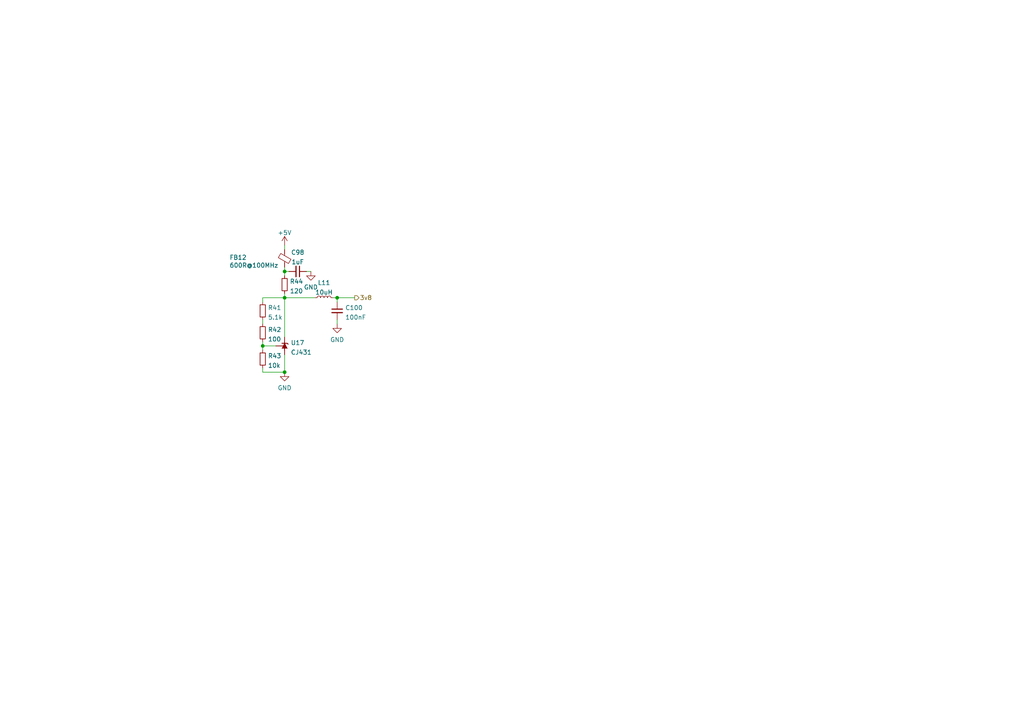
<source format=kicad_sch>
(kicad_sch (version 20211123) (generator eeschema)
  (paper "A4")
  (lib_symbols
    (symbol "Device:C_Small" (pin_numbers hide) (pin_names (offset 0.254) hide)
      (property "Reference" "C" (at 0.254 1.778 0))
      (property "Value" "C_Small" (at 0.254 -2.032 0))
      (symbol "C_Small_0_1"
        (polyline (pts (xy -1.524 -0.508) (xy 1.524 -0.508)) (stroke (width 0.3302)))
        (polyline (pts (xy -1.524 0.508) (xy 1.524 0.508)) (stroke (width 0.3048)))
      )
      (symbol "C_Small_1_1"
        (pin passive line (at 0 2.54 270) (length 2.032) (name "~") (number "1"))
        (pin passive line (at 0 -2.54 90) (length 2.032) (name "~") (number "2"))
      )
    )
    (symbol "Device:FerriteBead_Small" (pin_numbers hide) (pin_names (offset 0))
      (property "Reference" "FB" (at 1.905 1.27 0))
      (property "Value" "FerriteBead_Small" (at 1.905 -1.27 0))
      (symbol "FerriteBead_Small_0_1"
        (polyline (pts (xy 0 -1.27) (xy 0 -0.7874)))
        (polyline (pts (xy 0 0.889) (xy 0 1.2954)))
        (polyline (pts (xy -1.8288 0.2794) (xy -1.1176 1.4986) (xy 1.8288 -0.2032) (xy 1.1176 -1.4224) (xy -1.8288 0.2794)))
      )
      (symbol "FerriteBead_Small_1_1"
        (pin passive line (at 0 2.54 270) (length 1.27) (name "~") (number "1"))
        (pin passive line (at 0 -2.54 90) (length 1.27) (name "~") (number "2"))
      )
    )
    (symbol "Device:L_Small" (pin_numbers hide) (pin_names (offset 0.254) hide)
      (property "Reference" "L" (at 0.762 1.016 0))
      (property "Value" "L_Small" (at 0.762 -1.016 0))
      (symbol "L_Small_0_1"
        (arc (start 0 -2.032) (mid 0.508 -1.524) (end 0 -1.016))
        (arc (start 0 -1.016) (mid 0.508 -0.508) (end 0 0))
        (arc (start 0 0) (mid 0.508 0.508) (end 0 1.016))
        (arc (start 0 1.016) (mid 0.508 1.524) (end 0 2.032))
      )
      (symbol "L_Small_1_1"
        (pin passive line (at 0 2.54 270) (length 0.508) (name "~") (number "1"))
        (pin passive line (at 0 -2.54 90) (length 0.508) (name "~") (number "2"))
      )
    )
    (symbol "Device:R_Small" (pin_numbers hide) (pin_names (offset 0.254) hide)
      (property "Reference" "R" (at 0.762 0.508 0))
      (property "Value" "R_Small" (at 0.762 -1.016 0))
      (symbol "R_Small_0_1"
        (rectangle (start -0.762 1.778) (end 0.762 -1.778) (stroke (width 0.2032)))
      )
      (symbol "R_Small_1_1"
        (pin passive line (at 0 2.54 270) (length 0.762) (name "~") (number "1"))
        (pin passive line (at 0 -2.54 90) (length 0.762) (name "~") (number "2"))
      )
    )
    (symbol "Reference_Voltage:TL431DBZ" (pin_numbers hide) (pin_names hide)
      (property "Reference" "U" (at -2.54 2.54 0))
      (property "Value" "TL431DBZ" (at 0 -2.54 0))
      (symbol "TL431DBZ_0_1"
        (polyline (pts (xy -1.27 0) (xy 0 0) (xy 1.27 0)))
        (polyline (pts (xy -0.762 0.762) (xy 0.762 0) (xy -0.762 -0.762)) (fill (type outline)))
        (polyline (pts (xy 0.508 -1.016) (xy 0.762 -0.762) (xy 0.762 0.762) (xy 0.762 0.762)) (stroke (width 0.254)))
      )
      (symbol "TL431DBZ_1_1"
        (pin passive line (at 2.54 0 180) (length 2.54) (name "K") (number "1"))
        (pin passive line (at 0 2.54 270) (length 2.54) (name "REF") (number "2"))
        (pin passive line (at -2.54 0 0) (length 2.54) (name "A") (number "3"))
      )
    )
    (symbol "power:+5V" (power) (pin_names (offset 0))
      (property "Value" "+5V" (at 0 3.556 0))
      (symbol "+5V_0_1"
        (polyline (pts (xy -0.762 1.27) (xy 0 2.54)))
        (polyline (pts (xy 0 0) (xy 0 2.54)))
        (polyline (pts (xy 0 2.54) (xy 0.762 1.27)))
      )
      (symbol "+5V_1_1"
        (pin power_in line (at 0 0 90) (length 0) hide (name "+5V") (number "1"))
      )
    )
    (symbol "power:GND" (power) (pin_names (offset 0))
      (property "Value" "GND" (at 0 -3.81 0))
      (symbol "GND_0_1"
        (polyline (pts (xy 0 0) (xy 0 -1.27) (xy 1.27 -1.27) (xy 0 -2.54) (xy -1.27 -1.27) (xy 0 -1.27)))
      )
      (symbol "GND_1_1"
        (pin power_in line (at 0 0 270) (length 0) hide (name "GND") (number "1"))
      )
    )
  )
  (junction (at 82.55 107.95))
  (junction (at 82.55 86.36))
  (junction (at 76.2 100.33))
  (junction (at 82.55 78.74))
  (junction (at 97.79 86.36))
  (wire (pts (xy 76.2 86.36) (xy 76.2 87.63)))
  (wire (pts (xy 102.87 86.36) (xy 97.79 86.36)))
  (wire (pts (xy 82.55 86.36) (xy 82.55 97.79)))
  (wire (pts (xy 97.79 86.36) (xy 97.79 87.63)))
  (wire (pts (xy 76.2 92.71) (xy 76.2 93.98)))
  (wire (pts (xy 96.52 86.36) (xy 97.79 86.36)))
  (wire (pts (xy 82.55 78.74) (xy 82.55 80.01)))
  (wire (pts (xy 76.2 100.33) (xy 80.01 100.33)))
  (wire (pts (xy 82.55 77.47) (xy 82.55 78.74)))
  (wire (pts (xy 82.55 85.09) (xy 82.55 86.36)))
  (wire (pts (xy 82.55 78.74) (xy 83.82 78.74)))
  (wire (pts (xy 76.2 99.06) (xy 76.2 100.33)))
  (wire (pts (xy 82.55 86.36) (xy 76.2 86.36)))
  (wire (pts (xy 82.55 102.87) (xy 82.55 107.95)))
  (wire (pts (xy 82.55 86.36) (xy 91.44 86.36)))
  (wire (pts (xy 88.9 78.74) (xy 90.17 78.74)))
  (wire (pts (xy 82.55 71.12) (xy 82.55 72.39)))
  (wire (pts (xy 82.55 107.95) (xy 76.2 107.95)))
  (wire (pts (xy 76.2 107.95) (xy 76.2 106.68)))
  (wire (pts (xy 76.2 100.33) (xy 76.2 101.6)))
  (wire (pts (xy 97.79 92.71) (xy 97.79 93.98)))
  (hierarchical_label "3v8" (shape output) (at 102.87 86.36 0))
  (symbol (lib_id "power:GND") (at 82.55 107.95 0)
    (property "Reference" "#PWR0226" (effects hide))
    (property "Value" "GND" (at 82.55 112.5125 0))
  )
  (symbol (lib_id "power:GND") (at 90.17 78.74 0)
    (property "Reference" "#PWR0225" (effects hide))
    (property "Value" "GND" (at 90.17 83.3025 0))
  )
  (symbol (lib_id "power:GND") (at 97.79 93.98 0)
    (property "Reference" "#PWR0228" (effects hide))
    (property "Value" "GND" (at 97.79 98.5425 0))
  )
  (symbol (lib_id "Device:R_Small") (at 76.2 96.52 0)
    (property "Reference" "R42" (at 77.6986 95.6115 0) (effects (justify left)))
    (property "Value" "100" (at 77.6986 98.3866 0) (effects (justify left)))
    (property "Footprint" "Resistor_SMD:R_0402_1005Metric" (effects hide))
    (property "LCSC" "C25076" (effects hide))
  )
  (symbol (lib_id "Device:R_Small") (at 76.2 90.17 0)
    (property "Reference" "R41" (at 77.6986 89.2615 0) (effects (justify left)))
    (property "Value" "5.1k" (at 77.6986 92.0366 0) (effects (justify left)))
    (property "Footprint" "Resistor_SMD:R_0402_1005Metric" (effects hide))
    (property "LCSC" "C25905" (effects hide))
  )
  (symbol (lib_id "Device:R_Small") (at 82.55 82.55 180)
    (property "Reference" "R44" (at 84.0486 81.6415 0) (effects (justify right)))
    (property "Value" "120" (at 84.0486 84.4166 0) (effects (justify right)))
    (property "Footprint" "Resistor_SMD:R_0805_2012Metric" (effects hide))
    (property "LCSC" "C17437" (effects hide))
  )
  (symbol (lib_id "Device:R_Small") (at 76.2 104.14 0)
    (property "Reference" "R43" (at 77.6986 103.2315 0) (effects (justify left)))
    (property "Value" "10k" (at 77.6986 106.0066 0) (effects (justify left)))
    (property "Footprint" "Resistor_SMD:R_0402_1005Metric" (effects hide))
    (property "LCSC" "C25744" (effects hide))
  )
  (symbol (lib_id "Device:C_Small") (at 86.36 78.74 270) (mirror x)
    (property "Reference" "C98" (at 86.3536 73.2114 90))
    (property "Value" "1uF" (at 86.3536 75.9865 90))
    (property "Footprint" "Capacitor_SMD:C_0402_1005Metric" (effects hide))
    (property "LCSC" "C52923" (effects hide))
  )
  (symbol (lib_id "Device:C_Small") (at 97.79 90.17 0)
    (property "Reference" "C100" (at 100.1141 89.2678 0) (effects (justify left)))
    (property "Value" "100nF" (at 100.1141 92.0429 0) (effects (justify left)))
    (property "Footprint" "Capacitor_SMD:C_0402_1005Metric" (effects hide))
    (property "LCSC" "C1525" (effects hide))
  )
  (symbol (lib_id "Reference_Voltage:TL431DBZ") (at 82.55 100.33 90)
    (property "Reference" "U17" (at 84.328 99.4215 90) (effects (justify right)))
    (property "Value" "CJ431" (at 84.328 102.1966 90) (effects (justify right)))
    (property "Footprint" "Package_TO_SOT_SMD:SOT-23" (effects hide))
    (property "Datasheet" "https://datasheet.lcsc.com/szlcsc/Changjiang-Electronics-Tech-CJ-CJ431_C3113.pdf" (effects hide))
    (property "LCSC" "C3113" (effects hide))
  )
  (symbol (lib_id "power:+5V") (at 82.55 71.12 0)
    (property "Reference" "#PWR0227" (effects hide))
    (property "Value" "+5V" (at 82.55 67.5155 0))
  )
  (symbol (lib_id "Device:FerriteBead_Small") (at 82.55 74.93 180)
    (property "Reference" "FB12" (at 66.548 74.676 0) (effects (justify right)))
    (property "Value" "600R@100MHz" (at 66.548 76.962 0) (effects (justify right)))
    (property "Footprint" "Inductor_SMD:L_0805_2012Metric" (effects hide))
    (property "LCSC" "C1017" (effects hide))
  )
  (symbol (lib_id "Device:L_Small") (at 93.98 86.36 90)
    (property "Reference" "L11" (at 93.98 82.0125 90))
    (property "Value" "10uH" (at 93.98 84.7876 90))
    (property "Footprint" "Inductor_SMD:L_0805_2012Metric" (effects hide))
    (property "LCSC" "C1046" (effects hide))
  )
)
</source>
